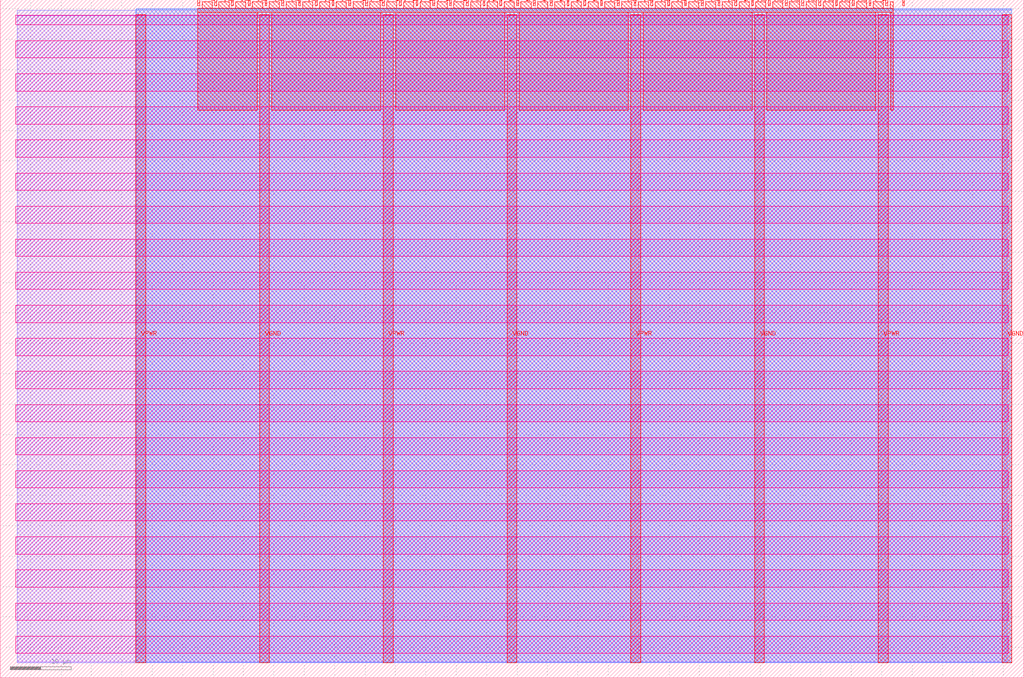
<source format=lef>
VERSION 5.7 ;
  NOWIREEXTENSIONATPIN ON ;
  DIVIDERCHAR "/" ;
  BUSBITCHARS "[]" ;
MACRO tt_um_EventFilter_dup
  CLASS BLOCK ;
  FOREIGN tt_um_EventFilter_dup ;
  ORIGIN 0.000 0.000 ;
  SIZE 168.360 BY 111.520 ;
  PIN VGND
    DIRECTION INOUT ;
    USE GROUND ;
    PORT
      LAYER met4 ;
        RECT 42.670 2.480 44.270 109.040 ;
    END
    PORT
      LAYER met4 ;
        RECT 83.380 2.480 84.980 109.040 ;
    END
    PORT
      LAYER met4 ;
        RECT 124.090 2.480 125.690 109.040 ;
    END
    PORT
      LAYER met4 ;
        RECT 164.800 2.480 166.400 109.040 ;
    END
  END VGND
  PIN VPWR
    DIRECTION INOUT ;
    USE POWER ;
    PORT
      LAYER met4 ;
        RECT 22.315 2.480 23.915 109.040 ;
    END
    PORT
      LAYER met4 ;
        RECT 63.025 2.480 64.625 109.040 ;
    END
    PORT
      LAYER met4 ;
        RECT 103.735 2.480 105.335 109.040 ;
    END
    PORT
      LAYER met4 ;
        RECT 144.445 2.480 146.045 109.040 ;
    END
  END VPWR
  PIN clk
    DIRECTION INPUT ;
    USE SIGNAL ;
    ANTENNAGATEAREA 0.852000 ;
    PORT
      LAYER met4 ;
        RECT 145.670 110.520 145.970 111.520 ;
    END
  END clk
  PIN ena
    DIRECTION INPUT ;
    USE SIGNAL ;
    PORT
      LAYER met4 ;
        RECT 148.430 110.520 148.730 111.520 ;
    END
  END ena
  PIN rst_n
    DIRECTION INPUT ;
    USE SIGNAL ;
    ANTENNAGATEAREA 0.126000 ;
    PORT
      LAYER met4 ;
        RECT 142.910 110.520 143.210 111.520 ;
    END
  END rst_n
  PIN ui_in[0]
    DIRECTION INPUT ;
    USE SIGNAL ;
    ANTENNAGATEAREA 0.196500 ;
    PORT
      LAYER met4 ;
        RECT 140.150 110.520 140.450 111.520 ;
    END
  END ui_in[0]
  PIN ui_in[1]
    DIRECTION INPUT ;
    USE SIGNAL ;
    ANTENNAGATEAREA 0.196500 ;
    PORT
      LAYER met4 ;
        RECT 137.390 110.520 137.690 111.520 ;
    END
  END ui_in[1]
  PIN ui_in[2]
    DIRECTION INPUT ;
    USE SIGNAL ;
    ANTENNAGATEAREA 0.196500 ;
    PORT
      LAYER met4 ;
        RECT 134.630 110.520 134.930 111.520 ;
    END
  END ui_in[2]
  PIN ui_in[3]
    DIRECTION INPUT ;
    USE SIGNAL ;
    ANTENNAGATEAREA 0.196500 ;
    PORT
      LAYER met4 ;
        RECT 131.870 110.520 132.170 111.520 ;
    END
  END ui_in[3]
  PIN ui_in[4]
    DIRECTION INPUT ;
    USE SIGNAL ;
    ANTENNAGATEAREA 0.196500 ;
    PORT
      LAYER met4 ;
        RECT 129.110 110.520 129.410 111.520 ;
    END
  END ui_in[4]
  PIN ui_in[5]
    DIRECTION INPUT ;
    USE SIGNAL ;
    ANTENNAGATEAREA 0.196500 ;
    PORT
      LAYER met4 ;
        RECT 126.350 110.520 126.650 111.520 ;
    END
  END ui_in[5]
  PIN ui_in[6]
    DIRECTION INPUT ;
    USE SIGNAL ;
    ANTENNAGATEAREA 0.196500 ;
    PORT
      LAYER met4 ;
        RECT 123.590 110.520 123.890 111.520 ;
    END
  END ui_in[6]
  PIN ui_in[7]
    DIRECTION INPUT ;
    USE SIGNAL ;
    ANTENNAGATEAREA 0.196500 ;
    PORT
      LAYER met4 ;
        RECT 120.830 110.520 121.130 111.520 ;
    END
  END ui_in[7]
  PIN uio_in[0]
    DIRECTION INPUT ;
    USE SIGNAL ;
    PORT
      LAYER met4 ;
        RECT 118.070 110.520 118.370 111.520 ;
    END
  END uio_in[0]
  PIN uio_in[1]
    DIRECTION INPUT ;
    USE SIGNAL ;
    PORT
      LAYER met4 ;
        RECT 115.310 110.520 115.610 111.520 ;
    END
  END uio_in[1]
  PIN uio_in[2]
    DIRECTION INPUT ;
    USE SIGNAL ;
    PORT
      LAYER met4 ;
        RECT 112.550 110.520 112.850 111.520 ;
    END
  END uio_in[2]
  PIN uio_in[3]
    DIRECTION INPUT ;
    USE SIGNAL ;
    PORT
      LAYER met4 ;
        RECT 109.790 110.520 110.090 111.520 ;
    END
  END uio_in[3]
  PIN uio_in[4]
    DIRECTION INPUT ;
    USE SIGNAL ;
    PORT
      LAYER met4 ;
        RECT 107.030 110.520 107.330 111.520 ;
    END
  END uio_in[4]
  PIN uio_in[5]
    DIRECTION INPUT ;
    USE SIGNAL ;
    PORT
      LAYER met4 ;
        RECT 104.270 110.520 104.570 111.520 ;
    END
  END uio_in[5]
  PIN uio_in[6]
    DIRECTION INPUT ;
    USE SIGNAL ;
    PORT
      LAYER met4 ;
        RECT 101.510 110.520 101.810 111.520 ;
    END
  END uio_in[6]
  PIN uio_in[7]
    DIRECTION INPUT ;
    USE SIGNAL ;
    PORT
      LAYER met4 ;
        RECT 98.750 110.520 99.050 111.520 ;
    END
  END uio_in[7]
  PIN uio_oe[0]
    DIRECTION OUTPUT TRISTATE ;
    USE SIGNAL ;
    PORT
      LAYER met4 ;
        RECT 51.830 110.520 52.130 111.520 ;
    END
  END uio_oe[0]
  PIN uio_oe[1]
    DIRECTION OUTPUT TRISTATE ;
    USE SIGNAL ;
    PORT
      LAYER met4 ;
        RECT 49.070 110.520 49.370 111.520 ;
    END
  END uio_oe[1]
  PIN uio_oe[2]
    DIRECTION OUTPUT TRISTATE ;
    USE SIGNAL ;
    PORT
      LAYER met4 ;
        RECT 46.310 110.520 46.610 111.520 ;
    END
  END uio_oe[2]
  PIN uio_oe[3]
    DIRECTION OUTPUT TRISTATE ;
    USE SIGNAL ;
    PORT
      LAYER met4 ;
        RECT 43.550 110.520 43.850 111.520 ;
    END
  END uio_oe[3]
  PIN uio_oe[4]
    DIRECTION OUTPUT TRISTATE ;
    USE SIGNAL ;
    PORT
      LAYER met4 ;
        RECT 40.790 110.520 41.090 111.520 ;
    END
  END uio_oe[4]
  PIN uio_oe[5]
    DIRECTION OUTPUT TRISTATE ;
    USE SIGNAL ;
    PORT
      LAYER met4 ;
        RECT 38.030 110.520 38.330 111.520 ;
    END
  END uio_oe[5]
  PIN uio_oe[6]
    DIRECTION OUTPUT TRISTATE ;
    USE SIGNAL ;
    PORT
      LAYER met4 ;
        RECT 35.270 110.520 35.570 111.520 ;
    END
  END uio_oe[6]
  PIN uio_oe[7]
    DIRECTION OUTPUT TRISTATE ;
    USE SIGNAL ;
    PORT
      LAYER met4 ;
        RECT 32.510 110.520 32.810 111.520 ;
    END
  END uio_oe[7]
  PIN uio_out[0]
    DIRECTION OUTPUT TRISTATE ;
    USE SIGNAL ;
    PORT
      LAYER met4 ;
        RECT 73.910 110.520 74.210 111.520 ;
    END
  END uio_out[0]
  PIN uio_out[1]
    DIRECTION OUTPUT TRISTATE ;
    USE SIGNAL ;
    PORT
      LAYER met4 ;
        RECT 71.150 110.520 71.450 111.520 ;
    END
  END uio_out[1]
  PIN uio_out[2]
    DIRECTION OUTPUT TRISTATE ;
    USE SIGNAL ;
    PORT
      LAYER met4 ;
        RECT 68.390 110.520 68.690 111.520 ;
    END
  END uio_out[2]
  PIN uio_out[3]
    DIRECTION OUTPUT TRISTATE ;
    USE SIGNAL ;
    PORT
      LAYER met4 ;
        RECT 65.630 110.520 65.930 111.520 ;
    END
  END uio_out[3]
  PIN uio_out[4]
    DIRECTION OUTPUT TRISTATE ;
    USE SIGNAL ;
    PORT
      LAYER met4 ;
        RECT 62.870 110.520 63.170 111.520 ;
    END
  END uio_out[4]
  PIN uio_out[5]
    DIRECTION OUTPUT TRISTATE ;
    USE SIGNAL ;
    PORT
      LAYER met4 ;
        RECT 60.110 110.520 60.410 111.520 ;
    END
  END uio_out[5]
  PIN uio_out[6]
    DIRECTION OUTPUT TRISTATE ;
    USE SIGNAL ;
    PORT
      LAYER met4 ;
        RECT 57.350 110.520 57.650 111.520 ;
    END
  END uio_out[6]
  PIN uio_out[7]
    DIRECTION OUTPUT TRISTATE ;
    USE SIGNAL ;
    PORT
      LAYER met4 ;
        RECT 54.590 110.520 54.890 111.520 ;
    END
  END uio_out[7]
  PIN uo_out[0]
    DIRECTION OUTPUT TRISTATE ;
    USE SIGNAL ;
    ANTENNAGATEAREA 0.247500 ;
    ANTENNADIFFAREA 0.445500 ;
    PORT
      LAYER met4 ;
        RECT 95.990 110.520 96.290 111.520 ;
    END
  END uo_out[0]
  PIN uo_out[1]
    DIRECTION OUTPUT TRISTATE ;
    USE SIGNAL ;
    ANTENNAGATEAREA 0.247500 ;
    ANTENNADIFFAREA 0.891000 ;
    PORT
      LAYER met4 ;
        RECT 93.230 110.520 93.530 111.520 ;
    END
  END uo_out[1]
  PIN uo_out[2]
    DIRECTION OUTPUT TRISTATE ;
    USE SIGNAL ;
    ANTENNAGATEAREA 0.247500 ;
    ANTENNADIFFAREA 0.891000 ;
    PORT
      LAYER met4 ;
        RECT 90.470 110.520 90.770 111.520 ;
    END
  END uo_out[2]
  PIN uo_out[3]
    DIRECTION OUTPUT TRISTATE ;
    USE SIGNAL ;
    ANTENNAGATEAREA 0.247500 ;
    ANTENNADIFFAREA 0.891000 ;
    PORT
      LAYER met4 ;
        RECT 87.710 110.520 88.010 111.520 ;
    END
  END uo_out[3]
  PIN uo_out[4]
    DIRECTION OUTPUT TRISTATE ;
    USE SIGNAL ;
    ANTENNAGATEAREA 0.247500 ;
    ANTENNADIFFAREA 0.445500 ;
    PORT
      LAYER met4 ;
        RECT 84.950 110.520 85.250 111.520 ;
    END
  END uo_out[4]
  PIN uo_out[5]
    DIRECTION OUTPUT TRISTATE ;
    USE SIGNAL ;
    ANTENNAGATEAREA 0.247500 ;
    ANTENNADIFFAREA 0.445500 ;
    PORT
      LAYER met4 ;
        RECT 82.190 110.520 82.490 111.520 ;
    END
  END uo_out[5]
  PIN uo_out[6]
    DIRECTION OUTPUT TRISTATE ;
    USE SIGNAL ;
    ANTENNAGATEAREA 0.247500 ;
    ANTENNADIFFAREA 0.445500 ;
    PORT
      LAYER met4 ;
        RECT 79.430 110.520 79.730 111.520 ;
    END
  END uo_out[6]
  PIN uo_out[7]
    DIRECTION OUTPUT TRISTATE ;
    USE SIGNAL ;
    ANTENNAGATEAREA 0.247500 ;
    ANTENNADIFFAREA 0.445500 ;
    PORT
      LAYER met4 ;
        RECT 76.670 110.520 76.970 111.520 ;
    END
  END uo_out[7]
  OBS
      LAYER nwell ;
        RECT 2.570 107.385 165.790 108.990 ;
        RECT 2.570 101.945 165.790 104.775 ;
        RECT 2.570 96.505 165.790 99.335 ;
        RECT 2.570 91.065 165.790 93.895 ;
        RECT 2.570 85.625 165.790 88.455 ;
        RECT 2.570 80.185 165.790 83.015 ;
        RECT 2.570 74.745 165.790 77.575 ;
        RECT 2.570 69.305 165.790 72.135 ;
        RECT 2.570 63.865 165.790 66.695 ;
        RECT 2.570 58.425 165.790 61.255 ;
        RECT 2.570 52.985 165.790 55.815 ;
        RECT 2.570 47.545 165.790 50.375 ;
        RECT 2.570 42.105 165.790 44.935 ;
        RECT 2.570 36.665 165.790 39.495 ;
        RECT 2.570 31.225 165.790 34.055 ;
        RECT 2.570 25.785 165.790 28.615 ;
        RECT 2.570 20.345 165.790 23.175 ;
        RECT 2.570 14.905 165.790 17.735 ;
        RECT 2.570 9.465 165.790 12.295 ;
        RECT 2.570 4.025 165.790 6.855 ;
      LAYER li1 ;
        RECT 2.760 2.635 165.600 108.885 ;
      LAYER met1 ;
        RECT 2.760 2.480 166.400 109.780 ;
      LAYER met2 ;
        RECT 22.345 2.535 166.370 110.005 ;
      LAYER met3 ;
        RECT 22.325 2.555 166.390 109.985 ;
      LAYER met4 ;
        RECT 33.210 110.120 34.870 111.170 ;
        RECT 35.970 110.120 37.630 111.170 ;
        RECT 38.730 110.120 40.390 111.170 ;
        RECT 41.490 110.120 43.150 111.170 ;
        RECT 44.250 110.120 45.910 111.170 ;
        RECT 47.010 110.120 48.670 111.170 ;
        RECT 49.770 110.120 51.430 111.170 ;
        RECT 52.530 110.120 54.190 111.170 ;
        RECT 55.290 110.120 56.950 111.170 ;
        RECT 58.050 110.120 59.710 111.170 ;
        RECT 60.810 110.120 62.470 111.170 ;
        RECT 63.570 110.120 65.230 111.170 ;
        RECT 66.330 110.120 67.990 111.170 ;
        RECT 69.090 110.120 70.750 111.170 ;
        RECT 71.850 110.120 73.510 111.170 ;
        RECT 74.610 110.120 76.270 111.170 ;
        RECT 77.370 110.120 79.030 111.170 ;
        RECT 80.130 110.120 81.790 111.170 ;
        RECT 82.890 110.120 84.550 111.170 ;
        RECT 85.650 110.120 87.310 111.170 ;
        RECT 88.410 110.120 90.070 111.170 ;
        RECT 91.170 110.120 92.830 111.170 ;
        RECT 93.930 110.120 95.590 111.170 ;
        RECT 96.690 110.120 98.350 111.170 ;
        RECT 99.450 110.120 101.110 111.170 ;
        RECT 102.210 110.120 103.870 111.170 ;
        RECT 104.970 110.120 106.630 111.170 ;
        RECT 107.730 110.120 109.390 111.170 ;
        RECT 110.490 110.120 112.150 111.170 ;
        RECT 113.250 110.120 114.910 111.170 ;
        RECT 116.010 110.120 117.670 111.170 ;
        RECT 118.770 110.120 120.430 111.170 ;
        RECT 121.530 110.120 123.190 111.170 ;
        RECT 124.290 110.120 125.950 111.170 ;
        RECT 127.050 110.120 128.710 111.170 ;
        RECT 129.810 110.120 131.470 111.170 ;
        RECT 132.570 110.120 134.230 111.170 ;
        RECT 135.330 110.120 136.990 111.170 ;
        RECT 138.090 110.120 139.750 111.170 ;
        RECT 140.850 110.120 142.510 111.170 ;
        RECT 143.610 110.120 145.270 111.170 ;
        RECT 146.370 110.120 146.905 111.170 ;
        RECT 32.495 109.440 146.905 110.120 ;
        RECT 32.495 93.335 42.270 109.440 ;
        RECT 44.670 93.335 62.625 109.440 ;
        RECT 65.025 93.335 82.980 109.440 ;
        RECT 85.380 93.335 103.335 109.440 ;
        RECT 105.735 93.335 123.690 109.440 ;
        RECT 126.090 93.335 144.045 109.440 ;
        RECT 146.445 93.335 146.905 109.440 ;
  END
END tt_um_EventFilter_dup
END LIBRARY


</source>
